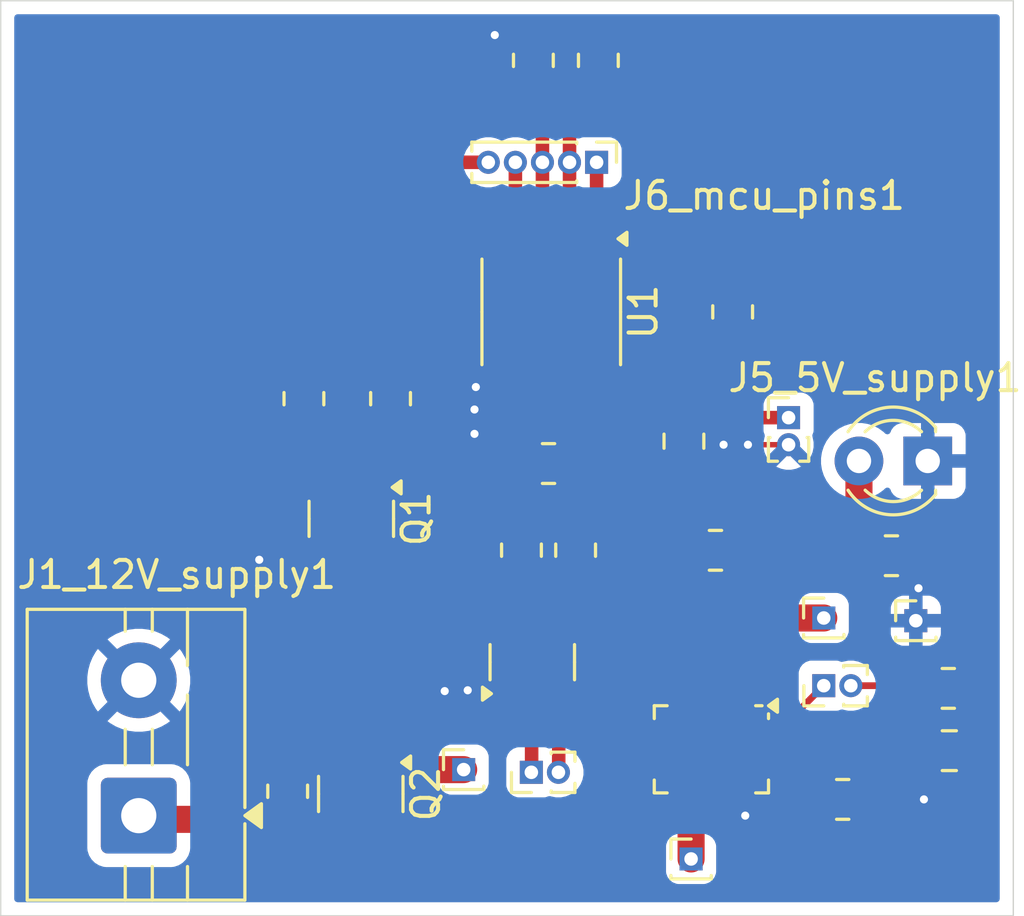
<source format=kicad_pcb>
(kicad_pcb (version 20241229) (generator "pcbnew") (generator_version "9.0")
  (title_block (title "PDI v0") (date "2025-12-28") (company "Student Satellite Program") (comment 1 "Designed by Anushree Khisti"))
  (layers (0 "F.Cu" signal) (2 "B.Cu" signal) (13 "F.Paste" user) (15 "B.Paste" user) (5 "F.SilkS" user "F.Silkscreen") (7 "B.SilkS" user "B.Silkscreen") (1 "F.Mask" user) (3 "B.Mask" user) (25 "Edge.Cuts" user))
  (net 0 "")
  (net 1 "GND")
  (net 2 "Net-(J2_PogoPin2-Pin_1)")
  (net 3 "Net-(U1-B)")
  (net 4 "Net-(U1-A)")
  (net 5 "Vsignal_male_1")
  (net 6 "Vsignal_male_2")
  (net 7 "Net-(Q1-G)")
  (net 8 "Net-(U6-DVDT)")
  (net 9 "Vin2")
  (net 10 "Net-(LD2-A)")
  (net 11 "Net-(Q1-D)")
  (net 12 "Vout2")
  (net 13 "Net-(U6-ILIM)")
  (net 15 "Net-(J5_5V_supply1-Pin_1)")
  (net 16 "Net-(J1_12V_supply1-Pin_1)")
  (net 17 "Net-(J4_flt_and_current_monitor1-Pin_2)")
  (net 18 "Net-(J4_flt_and_current_monitor1-Pin_1)")
  (net 19 "Net-(J6_mcu_pins1-Pin_5)")
  (net 20 "Net-(J6_mcu_pins1-Pin_2)")
  (net 21 "Net-(J6_mcu_pins1-Pin_4)")
  (net 22 "Net-(J6_mcu_pins1-Pin_1)")
  (net 23 "Net-(J6_mcu_pins1-Pin_3)")
  (footprint "Resistor_SMD:R_0805_2012Metric_Pad1.20x1.40mm_HandSolder" (layer "F.Cu") (at 137.5 96.2 90)
    (property "Reference" "R10" (hide yes))
    (property "Value" "R_Small_US" (hide yes))
    (fp_line (start -0.227064 -0.735) (end 0.227064 -0.735) (stroke (width 0.12)) (layer "F.SilkS"))
    (fp_line (start -0.227064 0.735) (end 0.227064 0.735) (stroke (width 0.12)) (layer "F.SilkS"))
    (pad "1" smd roundrect (at -1 0 90) (size 1.2 1.4) (layers "F.Cu" "F.Mask" "F.Paste") (roundrect_rratio 0.208333) (net 7 "Net-(Q1-G)"))
    (pad "2" smd roundrect (at 1 0 90) (size 1.2 1.4) (layers "F.Cu" "F.Mask" "F.Paste") (roundrect_rratio 0.208333) (net 1 "GND"))
  )
  (footprint "Connector_PinHeader_1.00mm:PinHeader_1x02_P1.00mm_Vertical" (layer "F.Cu") (at 145.9 110 90)
    (property "Reference" "J2_PogoPin1" (hide yes))
    (property "Value" "Conn_01x04_Socket" (hide yes))
    (fp_line (start -0.745 -0.735) (end 0 -0.735) (stroke (width 0.12)) (layer "F.SilkS"))
    (fp_line (start -0.745 0) (end -0.745 -0.735) (stroke (width 0.12)) (layer "F.SilkS"))
    (fp_line (start 0.745 0.735) (end 0.745 1.61) (stroke (width 0.12)) (layer "F.SilkS"))
    (fp_line (start 0.685565 0.735) (end 0.745 0.735) (stroke (width 0.12)) (layer "F.SilkS"))
    (fp_line (start -0.745 0.735) (end -0.685565 0.735) (stroke (width 0.12)) (layer "F.SilkS"))
    (fp_line (start -0.745 0.735) (end -0.745 1.61) (stroke (width 0.12)) (layer "F.SilkS"))
    (fp_line (start 0.41003 1.61) (end 0.745 1.61) (stroke (width 0.12)) (layer "F.SilkS"))
    (fp_line (start -0.745 1.61) (end -0.41003 1.61) (stroke (width 0.12)) (layer "F.SilkS"))
    (pad "1" thru_hole rect (at 0 0 90) (size 0.85 0.85) (drill 0.5) (layers "*.Cu" "*.Mask") (net 5 "Vsignal_male_1"))
    (pad "2" thru_hole circle (at 0 1 90) (size 0.85 0.85) (drill 0.5) (layers "*.Cu" "*.Mask") (net 6 "Vsignal_male_2"))
  )
  (footprint "Connector_PinHeader_1.00mm:PinHeader_1x01_P1.00mm_Vertical" (layer "F.Cu") (at 160.1 104.4)
    (property "Reference" "J3_extload_gnd1" (hide yes))
    (property "Value" "Conn_01x04_Socket" (hide yes))
    (fp_line (start -0.745 -0.735) (end 0 -0.735) (stroke (width 0.12)) (layer "F.SilkS"))
    (fp_line (start -0.745 0) (end -0.745 -0.735) (stroke (width 0.12)) (layer "F.SilkS"))
    (fp_line (start -0.745 0.735) (end -0.745 0.61) (stroke (width 0.12)) (layer "F.SilkS"))
    (fp_line (start -0.745 0.735) (end -0.685565 0.735) (stroke (width 0.12)) (layer "F.SilkS"))
    (fp_line (start -0.745 0.735) (end 0.745 0.735) (stroke (width 0.12)) (layer "F.SilkS"))
    (fp_line (start 0.685565 0.735) (end 0.745 0.735) (stroke (width 0.12)) (layer "F.SilkS"))
    (fp_line (start 0.745 0.735) (end 0.745 0.61) (stroke (width 0.12)) (layer "F.SilkS"))
    (pad "1" thru_hole rect (at 0 0) (size 0.85 0.85) (drill 0.5) (layers "*.Cu" "*.Mask") (net 1 "GND"))
  )
  (footprint "Resistor_SMD:R_0805_2012Metric_Pad1.20x1.40mm_HandSolder" (layer "F.Cu") (at 159.2 102 180)
    (property "Reference" "R1" (hide yes))
    (property "Value" "R_Small_US" (hide yes))
    (fp_line (start -0.227064 0.735) (end 0.227064 0.735) (stroke (width 0.12)) (layer "F.SilkS"))
    (fp_line (start -0.227064 -0.735) (end 0.227064 -0.735) (stroke (width 0.12)) (layer "F.SilkS"))
    (pad "1" smd roundrect (at -1 0 180) (size 1.2 1.4) (layers "F.Cu" "F.Mask" "F.Paste") (roundrect_rratio 0.208333) (net 1 "GND"))
    (pad "2" smd roundrect (at 1 0 180) (size 1.2 1.4) (layers "F.Cu" "F.Mask" "F.Paste") (roundrect_rratio 0.208333) (net 10 "Net-(LD2-A)"))
  )
  (footprint "Connector_PinHeader_1.00mm:PinHeader_1x02_P1.00mm_Vertical" (layer "F.Cu") (at 155.4 96.9)
    (property "Reference" "J5_5V_supply1" (at 3.19 -1.47 0) (layer "F.SilkS"))
    (property "Value" "Conn_01x02_Socket" (hide yes))
    (fp_line (start -0.745 -0.735) (end 0 -0.735) (stroke (width 0.12)) (layer "F.SilkS"))
    (fp_line (start -0.745 0) (end -0.745 -0.735) (stroke (width 0.12)) (layer "F.SilkS"))
    (fp_line (start -0.745 0.735) (end -0.745 1.61) (stroke (width 0.12)) (layer "F.SilkS"))
    (fp_line (start -0.745 0.735) (end -0.685565 0.735) (stroke (width 0.12)) (layer "F.SilkS"))
    (fp_line (start -0.745 1.61) (end -0.41003 1.61) (stroke (width 0.12)) (layer "F.SilkS"))
    (fp_line (start 0.41003 1.61) (end 0.745 1.61) (stroke (width 0.12)) (layer "F.SilkS"))
    (fp_line (start 0.685565 0.735) (end 0.745 0.735) (stroke (width 0.12)) (layer "F.SilkS"))
    (fp_line (start 0.745 0.735) (end 0.745 1.61) (stroke (width 0.12)) (layer "F.SilkS"))
    (pad "1" thru_hole rect (at 0 0) (size 0.85 0.85) (drill 0.5) (layers "*.Cu" "*.Mask") (net 15 "Net-(J5_5V_supply1-Pin_1)"))
    (pad "2" thru_hole circle (at 0 1) (size 0.85 0.85) (drill 0.5) (layers "*.Cu" "*.Mask") (net 1 "GND"))
  )
  (footprint "Connector_PinHeader_1.00mm:PinHeader_1x01_P1.00mm_Vertical" (layer "F.Cu") (at 143.4 109.9)
    (property "Reference" "J2_PogoPin2" (hide yes))
    (property "Value" "Conn_01x04_Socket" (hide yes))
    (fp_line (start -0.745 -0.735) (end 0 -0.735) (stroke (width 0.12)) (layer "F.SilkS"))
    (fp_line (start -0.745 0) (end -0.745 -0.735) (stroke (width 0.12)) (layer "F.SilkS"))
    (fp_line (start -0.745 0.735) (end -0.745 0.61) (stroke (width 0.12)) (layer "F.SilkS"))
    (fp_line (start -0.745 0.735) (end -0.685565 0.735) (stroke (width 0.12)) (layer "F.SilkS"))
    (fp_line (start -0.745 0.735) (end 0.745 0.735) (stroke (width 0.12)) (layer "F.SilkS"))
    (fp_line (start 0.685565 0.735) (end 0.745 0.735) (stroke (width 0.12)) (layer "F.SilkS"))
    (fp_line (start 0.745 0.735) (end 0.745 0.61) (stroke (width 0.12)) (layer "F.SilkS"))
    (pad "1" thru_hole rect (at 0 0) (size 0.85 0.85) (drill 0.5) (layers "*.Cu" "*.Mask") (net 2 "Net-(J2_PogoPin2-Pin_1)"))
  )
  (footprint "Resistor_SMD:R_0805_2012Metric_Pad1.20x1.40mm_HandSolder" (layer "F.Cu") (at 148.375 83.705 -90)
    (property "Reference" "R6" (hide yes))
    (property "Value" "R_Small_US" (hide yes))
    (fp_line (start -0.227064 0.735) (end 0.227064 0.735) (stroke (width 0.12)) (layer "F.SilkS"))
    (fp_line (start -0.227064 -0.735) (end 0.227064 -0.735) (stroke (width 0.12)) (layer "F.SilkS"))
    (pad "1" smd roundrect (at -1 0 270) (size 1.2 1.4) (layers "F.Cu" "F.Mask" "F.Paste") (roundrect_rratio 0.208333) (net 1 "GND"))
    (pad "2" smd roundrect (at 1 0 270) (size 1.2 1.4) (layers "F.Cu" "F.Mask" "F.Paste") (roundrect_rratio 0.208333) (net 20 "Net-(J6_mcu_pins1-Pin_2)"))
  )
  (footprint "Resistor_SMD:R_0805_2012Metric_Pad1.20x1.40mm_HandSolder" (layer "F.Cu") (at 147.535 101.795 -90)
    (property "Reference" "R8" (hide yes))
    (property "Value" "R_Small_US" (hide yes))
    (fp_line (start -0.227064 0.735) (end 0.227064 0.735) (stroke (width 0.12)) (layer "F.SilkS"))
    (fp_line (start -0.227064 -0.735) (end 0.227064 -0.735) (stroke (width 0.12)) (layer "F.SilkS"))
    (pad "1" smd roundrect (at -1 0 270) (size 1.2 1.4) (layers "F.Cu" "F.Mask" "F.Paste") (roundrect_rratio 0.208333) (net 3 "Net-(U1-B)"))
    (pad "2" smd roundrect (at 1 0 270) (size 1.2 1.4) (layers "F.Cu" "F.Mask" "F.Paste") (roundrect_rratio 0.208333) (net 6 "Vsignal_male_2"))
  )
  (footprint "Resistor_SMD:R_0805_2012Metric_Pad1.20x1.40mm_HandSolder" (layer "F.Cu") (at 136.9 110.7 -90)
    (property "Reference" "R17" (hide yes))
    (property "Value" "R_Small_US" (hide yes))
    (fp_line (start -0.227064 0.735) (end 0.227064 0.735) (stroke (width 0.12)) (layer "F.SilkS"))
    (fp_line (start -0.227064 -0.735) (end 0.227064 -0.735) (stroke (width 0.12)) (layer "F.SilkS"))
    (pad "1" smd roundrect (at -1 0 270) (size 1.2 1.4) (layers "F.Cu" "F.Mask" "F.Paste") (roundrect_rratio 0.208333) (net 11 "Net-(Q1-D)"))
    (pad "2" smd roundrect (at 1 0 270) (size 1.2 1.4) (layers "F.Cu" "F.Mask" "F.Paste") (roundrect_rratio 0.208333) (net 16 "Net-(J1_12V_supply1-Pin_1)"))
  )
  (footprint "Resistor_SMD:R_0805_2012Metric_Pad1.20x1.40mm_HandSolder" (layer "F.Cu") (at 145.535 101.795 -90)
    (property "Reference" "R7" (hide yes))
    (property "Value" "R_Small_US" (hide yes))
    (fp_line (start -0.227064 0.735) (end 0.227064 0.735) (stroke (width 0.12)) (layer "F.SilkS"))
    (fp_line (start -0.227064 -0.735) (end 0.227064 -0.735) (stroke (width 0.12)) (layer "F.SilkS"))
    (pad "1" smd roundrect (at -1 0 270) (size 1.2 1.4) (layers "F.Cu" "F.Mask" "F.Paste") (roundrect_rratio 0.208333) (net 4 "Net-(U1-A)"))
    (pad "2" smd roundrect (at 1 0 270) (size 1.2 1.4) (layers "F.Cu" "F.Mask" "F.Paste") (roundrect_rratio 0.208333) (net 5 "Vsignal_male_1"))
  )
  (footprint "Connector_PinHeader_1.00mm:PinHeader_1x05_P1.00mm_Vertical" (layer "F.Cu") (at 148.31 87.47 -90)
    (property "Reference" "J6_mcu_pins1" (at 1.23 -6.19 180) (layer "F.SilkS"))
    (property "Value" "Conn_01x05_Socket" (hide yes))
    (fp_line (start -0.745 4.61) (end -0.41003 4.61) (stroke (width 0.12)) (layer "F.SilkS"))
    (fp_line (start 0.41003 4.61) (end 0.745 4.61) (stroke (width 0.12)) (layer "F.SilkS"))
    (fp_line (start -0.745 0.735) (end -0.745 4.61) (stroke (width 0.12)) (layer "F.SilkS"))
    (fp_line (start -0.745 0.735) (end -0.685565 0.735) (stroke (width 0.12)) (layer "F.SilkS"))
    (fp_line (start 0.685565 0.735) (end 0.745 0.735) (stroke (width 0.12)) (layer "F.SilkS"))
    (fp_line (start 0.745 0.735) (end 0.745 4.61) (stroke (width 0.12)) (layer "F.SilkS"))
    (fp_line (start -0.745 0) (end -0.745 -0.735) (stroke (width 0.12)) (layer "F.SilkS"))
    (fp_line (start -0.745 -0.735) (end 0 -0.735) (stroke (width 0.12)) (layer "F.SilkS"))
    (pad "1" thru_hole rect (at 0 0 270) (size 0.85 0.85) (drill 0.5) (layers "*.Cu" "*.Mask") (net 22 "Net-(J6_mcu_pins1-Pin_1)"))
    (pad "2" thru_hole circle (at 0 1 270) (size 0.85 0.85) (drill 0.5) (layers "*.Cu" "*.Mask") (net 20 "Net-(J6_mcu_pins1-Pin_2)"))
    (pad "3" thru_hole circle (at 0 2 270) (size 0.85 0.85) (drill 0.5) (layers "*.Cu" "*.Mask") (net 23 "Net-(J6_mcu_pins1-Pin_3)"))
    (pad "4" thru_hole circle (at 0 3 270) (size 0.85 0.85) (drill 0.5) (layers "*.Cu" "*.Mask") (net 21 "Net-(J6_mcu_pins1-Pin_4)"))
    (pad "5" thru_hole circle (at 0 4 270) (size 0.85 0.85) (drill 0.5) (layers "*.Cu" "*.Mask") (net 19 "Net-(J6_mcu_pins1-Pin_5)"))
  )
  (footprint "Package_TO_SOT_SMD:SOT-23" (layer "F.Cu") (at 139.6 110.8 -90)
    (property "Reference" "Q2" (at 0 -2.4 90) (layer "F.SilkS"))
    (property "Value" "PMOS" (hide yes))
    (fp_line (start 0 1.56) (end -0.65 1.56) (stroke (width 0.12)) (layer "F.SilkS"))
    (fp_line (start 0 1.56) (end 0.65 1.56) (stroke (width 0.12)) (layer "F.SilkS"))
    (fp_line (start 0 -1.56) (end -0.65 -1.56) (stroke (width 0.12)) (layer "F.SilkS"))
    (fp_line (start 0 -1.56) (end 0.65 -1.56) (stroke (width 0.12)) (layer "F.SilkS"))
    (fp_poly (pts (xy -1.1625 -1.51) (xy -1.4025 -1.84) (xy -0.9225 -1.84)) (stroke (width 0.12)) (fill yes) (layer "F.SilkS"))
    (pad "1" smd roundrect (at -0.9375 -0.95 270) (size 1.475 0.6) (layers "F.Cu" "F.Mask" "F.Paste") (net 2 "Net-(J2_PogoPin2-Pin_1)"))
    (pad "2" smd roundrect (at -0.9375 0.95 270) (size 1.475 0.6) (layers "F.Cu" "F.Mask" "F.Paste") (net 11 "Net-(Q1-D)"))
    (pad "3" smd roundrect (at 0.9375 0 270) (size 1.475 0.6) (layers "F.Cu" "F.Mask" "F.Paste") (net 16 "Net-(J1_12V_supply1-Pin_1)"))
  )
  (footprint "Connector_PinHeader_1.00mm:PinHeader_1x01_P1.00mm_Vertical" (layer "F.Cu") (at 151.8 113.2)
    (property "Reference" "J2_PogoPin3" (hide yes))
    (property "Value" "Conn_01x04_Socket" (hide yes))
    (fp_line (start -0.745 -0.735) (end 0 -0.735) (stroke (width 0.12)) (layer "F.SilkS"))
    (fp_line (start -0.745 0) (end -0.745 -0.735) (stroke (width 0.12)) (layer "F.SilkS"))
    (fp_line (start -0.745 0.735) (end -0.745 0.61) (stroke (width 0.12)) (layer "F.SilkS"))
    (fp_line (start -0.745 0.735) (end -0.685565 0.735) (stroke (width 0.12)) (layer "F.SilkS"))
    (fp_line (start -0.745 0.735) (end 0.745 0.735) (stroke (width 0.12)) (layer "F.SilkS"))
    (fp_line (start 0.685565 0.735) (end 0.745 0.735) (stroke (width 0.12)) (layer "F.SilkS"))
    (fp_line (start 0.745 0.735) (end 0.745 0.61) (stroke (width 0.12)) (layer "F.SilkS"))
    (pad "1" thru_hole rect (at 0 0) (size 0.85 0.85) (drill 0.5) (layers "*.Cu" "*.Mask") (net 9 "Vin2"))
  )
  (footprint "Capacitor_SMD:C_0805_2012Metric_Pad1.18x1.45mm_HandSolder" (layer "F.Cu") (at 161.3375 109.2)
    (property "Reference" "C2" (hide yes))
    (property "Value" "C_Small" (hide yes))
    (fp_line (start -0.261252 -0.735) (end 0.261252 -0.735) (stroke (width 0.12)) (layer "F.SilkS"))
    (fp_line (start -0.261252 0.735) (end 0.261252 0.735) (stroke (width 0.12)) (layer "F.SilkS"))
    (pad "1" smd roundrect (at -1.0375 0) (size 1.175 1.45) (layers "F.Cu" "F.Mask" "F.Paste") (roundrect_rratio 0.212766) (net 8 "Net-(U6-DVDT)"))
    (pad "2" smd roundrect (at 1.0375 0) (size 1.175 1.45) (layers "F.Cu" "F.Mask" "F.Paste") (roundrect_rratio 0.212766) (net 1 "GND"))
  )
  (footprint "Resistor_SMD:R_0805_2012Metric_Pad1.20x1.40mm_HandSolder" (layer "F.Cu") (at 161.3 106.9)
    (property "Reference" "RIMON1" (hide yes))
    (property "Value" "R_Small_US" (hide yes))
    (fp_line (start -0.227064 -0.735) (end 0.227064 -0.735) (stroke (width 0.12)) (layer "F.SilkS"))
    (fp_line (start -0.227064 0.735) (end 0.227064 0.735) (stroke (width 0.12)) (layer "F.SilkS"))
    (pad "1" smd roundrect (at -1 0) (size 1.2 1.4) (layers "F.Cu" "F.Mask" "F.Paste") (roundrect_rratio 0.208333) (net 17 "Net-(J4_flt_and_current_monitor1-Pin_2)"))
    (pad "2" smd roundrect (at 1 0) (size 1.2 1.4) (layers "F.Cu" "F.Mask" "F.Paste") (roundrect_rratio 0.208333) (net 1 "GND"))
  )
  (footprint "Resistor_SMD:R_0805_2012Metric_Pad1.20x1.40mm_HandSolder" (layer "F.Cu") (at 153.335 92.995 90)
    (property "Reference" "R4" (hide yes))
    (property "Value" "R_Small_US" (hide yes))
    (fp_line (start -0.227064 -0.735) (end 0.227064 -0.735) (stroke (width 0.12)) (layer "F.SilkS"))
    (fp_line (start -0.227064 0.735) (end 0.227064 0.735) (stroke (width 0.12)) (layer "F.SilkS"))
    (pad "1" smd roundrect (at -1 0 90) (size 1.2 1.4) (layers "F.Cu" "F.Mask" "F.Paste") (roundrect_rratio 0.208333) (net 15 "Net-(J5_5V_supply1-Pin_1)"))
    (pad "2" smd roundrect (at 1 0 90) (size 1.2 1.4) (layers "F.Cu" "F.Mask" "F.Paste") (roundrect_rratio 0.208333) (net 22 "Net-(J6_mcu_pins1-Pin_1)"))
  )
  (footprint "Capacitor_SMD:C_0805_2012Metric_Pad1.18x1.45mm_HandSolder" (layer "F.Cu") (at 151.535 97.77 -90)
    (property "Reference" "C1" (hide yes))
    (property "Value" "C_Small" (hide yes))
    (fp_line (start -0.261252 0.735) (end 0.261252 0.735) (stroke (width 0.12)) (layer "F.SilkS"))
    (fp_line (start -0.261252 -0.735) (end 0.261252 -0.735) (stroke (width 0.12)) (layer "F.SilkS"))
    (pad "1" smd roundrect (at -1.0375 0 270) (size 1.175 1.45) (layers "F.Cu" "F.Mask" "F.Paste") (roundrect_rratio 0.212766) (net 15 "Net-(J5_5V_supply1-Pin_1)"))
    (pad "2" smd roundrect (at 1.0375 0 270) (size 1.175 1.45) (layers "F.Cu" "F.Mask" "F.Paste") (roundrect_rratio 0.212766) (net 1 "GND"))
  )
  (footprint "Package_SO:SOIC-8_3.9x4.9mm_P1.27mm" (layer "F.Cu") (at 146.635 92.995 -90)
    (property "Reference" "U1" (at 0 -3.4 90) (layer "F.SilkS"))
    (property "Value" "THVD1520DR")
    (fp_line (start 0 2.56) (end -1.95 2.56) (stroke (width 0.12)) (layer "F.SilkS"))
    (fp_line (start 0 2.56) (end 1.95 2.56) (stroke (width 0.12)) (layer "F.SilkS"))
    (fp_line (start 0 -2.56) (end -1.95 -2.56) (stroke (width 0.12)) (layer "F.SilkS"))
    (fp_line (start 0 -2.56) (end 1.95 -2.56) (stroke (width 0.12)) (layer "F.SilkS"))
    (fp_poly (pts (xy -2.7 -2.465) (xy -2.94 -2.795) (xy -2.46 -2.795)) (stroke (width 0.12)) (fill yes) (layer "F.SilkS"))
    (pad "1" smd roundrect (at -2.475 -1.905 270) (size 1.95 0.6) (layers "F.Cu" "F.Mask" "F.Paste") (net 22 "Net-(J6_mcu_pins1-Pin_1)"))
    (pad "2" smd roundrect (at -2.475 -0.635 270) (size 1.95 0.6) (layers "F.Cu" "F.Mask" "F.Paste") (net 20 "Net-(J6_mcu_pins1-Pin_2)"))
    (pad "3" smd roundrect (at -2.475 0.635 270) (size 1.95 0.6) (layers "F.Cu" "F.Mask" "F.Paste") (net 23 "Net-(J6_mcu_pins1-Pin_3)"))
    (pad "4" smd roundrect (at -2.475 1.905 270) (size 1.95 0.6) (layers "F.Cu" "F.Mask" "F.Paste") (net 21 "Net-(J6_mcu_pins1-Pin_4)"))
    (pad "5" smd roundrect (at 2.475 1.905 270) (size 1.95 0.6) (layers "F.Cu" "F.Mask" "F.Paste") (net 1 "GND"))
    (pad "6" smd roundrect (at 2.475 0.635 270) (size 1.95 0.6) (layers "F.Cu" "F.Mask" "F.Paste") (net 4 "Net-(U1-A)"))
    (pad "7" smd roundrect (at 2.475 -0.635 270) (size 1.95 0.6) (layers "F.Cu" "F.Mask" "F.Paste") (net 3 "Net-(U1-B)"))
    (pad "8" smd roundrect (at 2.475 -1.905 270) (size 1.95 0.6) (layers "F.Cu" "F.Mask" "F.Paste") (net 15 "Net-(J5_5V_supply1-Pin_1)"))
  )
  (footprint "LED_THT:LED_D3.0mm" (layer "F.Cu") (at 160.54 98.5 180)
    (property "Reference" "LD2" (hide yes))
    (property "Value" "SPL_PL90" (hide yes))
    (fp_line (start -0.29 1.08) (end -0.29 1.236) (stroke (width 0.12)) (layer "F.SilkS"))
    (fp_line (start -0.29 -1.236) (end -0.29 -1.08) (stroke (width 0.12)) (layer "F.SilkS"))
    (fp_arc (start 2.941437 1.08) (mid 1.36566 1.987699) (end -0.29 1.235516) (stroke (width 0.12)) (layer "F.SilkS"))
    (fp_arc (start 2.310961 1.08) (mid 1.27 1.5) (end 0.229039 1.08) (stroke (width 0.12)) (layer "F.SilkS"))
    (fp_arc (start 0.229039 -1.08) (mid 1.27 -1.5) (end 2.310961 -1.08) (stroke (width 0.12)) (layer "F.SilkS"))
    (fp_arc (start -0.29 -1.235516) (mid 1.36566 -1.987699) (end 2.941437 -1.08) (stroke (width 0.12)) (layer "F.SilkS"))
    (pad "1" thru_hole rect (at 0 0 180) (size 1.8 1.8) (drill 0.9) (layers "*.Cu" "*.Mask") (net 1 "GND"))
    (pad "2" thru_hole circle (at 2.54 0 180) (size 1.8 1.8) (drill 0.9) (layers "*.Cu" "*.Mask") (net 10 "Net-(LD2-A)"))
  )
  (footprint "Resistor_SMD:R_0805_2012Metric_Pad1.20x1.40mm_HandSolder" (layer "F.Cu") (at 146.535 98.595)
    (property "Reference" "R2" (hide yes))
    (property "Value" "R_Small_US" (hide yes))
    (fp_line (start -0.227064 -0.735) (end 0.227064 -0.735) (stroke (width 0.12)) (layer "F.SilkS"))
    (fp_line (start -0.227064 0.735) (end 0.227064 0.735) (stroke (width 0.12)) (layer "F.SilkS"))
    (pad "1" smd roundrect (at -1 0) (size 1.2 1.4) (layers "F.Cu" "F.Mask" "F.Paste") (roundrect_rratio 0.208333) (net 4 "Net-(U1-A)"))
    (pad "2" smd roundrect (at 1 0) (size 1.2 1.4) (layers "F.Cu" "F.Mask" "F.Paste") (roundrect_rratio 0.208333) (net 3 "Net-(U1-B)"))
  )
  (footprint "Resistor_SMD:R_0805_2012Metric_Pad1.20x1.40mm_HandSolder" (layer "F.Cu") (at 140.7 96.2 -90)
    (property "Reference" "R3" (hide yes))
    (property "Value" "R_Small_US" (hide yes))
    (fp_line (start -0.227064 0.735) (end 0.227064 0.735) (stroke (width 0.12)) (layer "F.SilkS"))
    (fp_line (start -0.227064 -0.735) (end 0.227064 -0.735) (stroke (width 0.12)) (layer "F.SilkS"))
    (pad "1" smd roundrect (at -1 0 270) (size 1.2 1.4) (layers "F.Cu" "F.Mask" "F.Paste") (roundrect_rratio 0.208333) (net 19 "Net-(J6_mcu_pins1-Pin_5)"))
    (pad "2" smd roundrect (at 1 0 270) (size 1.2 1.4) (layers "F.Cu" "F.Mask" "F.Paste") (roundrect_rratio 0.208333) (net 7 "Net-(Q1-G)"))
  )
  (footprint "Package_TO_SOT_SMD:SOT-23" (layer "F.Cu") (at 139.25 100.6375 -90)
    (property "Reference" "Q1" (at 0 -2.4 90) (layer "F.SilkS"))
    (property "Value" "AO3400A" (hide yes))
    (fp_line (start 0 1.56) (end -0.65 1.56) (stroke (width 0.12)) (layer "F.SilkS"))
    (fp_line (start 0 1.56) (end 0.65 1.56) (stroke (width 0.12)) (layer "F.SilkS"))
    (fp_line (start 0 -1.56) (end -0.65 -1.56) (stroke (width 0.12)) (layer "F.SilkS"))
    (fp_line (start 0 -1.56) (end 0.65 -1.56) (stroke (width 0.12)) (layer "F.SilkS"))
    (fp_poly (pts (xy -1.1625 -1.51) (xy -1.4025 -1.84) (xy -0.9225 -1.84)) (stroke (width 0.12)) (fill yes) (layer "F.SilkS"))
    (pad "1" smd roundrect (at -0.9375 -0.95 270) (size 1.475 0.6) (layers "F.Cu" "F.Mask" "F.Paste") (net 7 "Net-(Q1-G)"))
    (pad "2" smd roundrect (at -0.9375 0.95 270) (size 1.475 0.6) (layers "F.Cu" "F.Mask" "F.Paste") (net 1 "GND"))
    (pad "3" smd roundrect (at 0.9375 0 270) (size 1.475 0.6) (layers "F.Cu" "F.Mask" "F.Paste") (net 11 "Net-(Q1-D)"))
  )
  (footprint "Connector_PinHeader_1.00mm:PinHeader_1x01_P1.00mm_Vertical" (layer "F.Cu") (at 156.7 104.3)
    (property "Reference" "J3_extload1" (hide yes))
    (property "Value" "Conn_01x04_Socket" (hide yes))
    (fp_line (start -0.745 -0.735) (end 0 -0.735) (stroke (width 0.12)) (layer "F.SilkS"))
    (fp_line (start -0.745 0) (end -0.745 -0.735) (stroke (width 0.12)) (layer "F.SilkS"))
    (fp_line (start -0.745 0.735) (end -0.745 0.61) (stroke (width 0.12)) (layer "F.SilkS"))
    (fp_line (start -0.745 0.735) (end -0.685565 0.735) (stroke (width 0.12)) (layer "F.SilkS"))
    (fp_line (start -0.745 0.735) (end 0.745 0.735) (stroke (width 0.12)) (layer "F.SilkS"))
    (fp_line (start 0.685565 0.735) (end 0.745 0.735) (stroke (width 0.12)) (layer "F.SilkS"))
    (fp_line (start 0.745 0.735) (end 0.745 0.61) (stroke (width 0.12)) (layer "F.SilkS"))
    (pad "1" thru_hole rect (at 0 0) (size 0.85 0.85) (drill 0.5) (layers "*.Cu" "*.Mask") (net 12 "Vout2"))
  )
  (footprint "Package_TO_SOT_SMD:SOT-23" (layer "F.Cu") (at 145.935 105.9325 90)
    (property "Reference" "U3" (hide yes))
    (property "Value" "CDSOT23-SM712" (hide yes))
    (fp_line (start 0 -1.56) (end 0.65 -1.56) (stroke (width 0.12)) (layer "F.SilkS"))
    (fp_line (start 0 -1.56) (end -0.65 -1.56) (stroke (width 0.12)) (layer "F.SilkS"))
    (fp_line (start 0 1.56) (end 0.65 1.56) (stroke (width 0.12)) (layer "F.SilkS"))
    (fp_line (start 0 1.56) (end -0.65 1.56) (stroke (width 0.12)) (layer "F.SilkS"))
    (fp_poly (pts (xy -1.1625 -1.51) (xy -1.4025 -1.84) (xy -0.9225 -1.84)) (stroke (width 0.12)) (fill yes) (layer "F.SilkS"))
    (pad "1" smd roundrect (at -0.9375 -0.95 90) (size 1.475 0.6) (layers "F.Cu" "F.Mask" "F.Paste") (net 1 "GND"))
    (pad "2" smd roundrect (at -0.9375 0.95 90) (size 1.475 0.6) (layers "F.Cu" "F.Mask" "F.Paste") (net 6 "Vsignal_male_2"))
    (pad "3" smd roundrect (at 0.9375 0 90) (size 1.475 0.6) (layers "F.Cu" "F.Mask" "F.Paste") (net 5 "Vsignal_male_1"))
  )
  (footprint "Resistor_SMD:R_0805_2012Metric_Pad1.20x1.40mm_HandSolder" (layer "F.Cu") (at 145.975 83.705 90)
    (property "Reference" "R5" (hide yes))
    (property "Value" "R_Small_US" (hide yes))
    (fp_line (start -0.227064 -0.735) (end 0.227064 -0.735) (stroke (width 0.12)) (layer "F.SilkS"))
    (fp_line (start -0.227064 0.735) (end 0.227064 0.735) (stroke (width 0.12)) (layer "F.SilkS"))
    (pad "1" smd roundrect (at -1 0 90) (size 1.2 1.4) (layers "F.Cu" "F.Mask" "F.Paste") (roundrect_rratio 0.208333) (net 23 "Net-(J6_mcu_pins1-Pin_3)"))
    (pad "2" smd roundrect (at 1 0 90) (size 1.2 1.4) (layers "F.Cu" "F.Mask" "F.Paste") (roundrect_rratio 0.208333) (net 1 "GND"))
  )
  (footprint "Resistor_SMD:R_0805_2012Metric_Pad1.20x1.40mm_HandSolder" (layer "F.Cu") (at 152.7 101.8 180)
    (property "Reference" "R9" (hide yes))
    (property "Value" "R_Small_US" (hide yes))
    (fp_line (start -0.227064 0.735) (end 0.227064 0.735) (stroke (width 0.12)) (layer "F.SilkS"))
    (fp_line (start -0.227064 -0.735) (end 0.227064 -0.735) (stroke (width 0.12)) (layer "F.SilkS"))
    (pad "1" smd roundrect (at -1 0 180) (size 1.2 1.4) (layers "F.Cu" "F.Mask" "F.Paste") (roundrect_rratio 0.208333) (net 10 "Net-(LD2-A)"))
    (pad "2" smd roundrect (at 1 0 180) (size 1.2 1.4) (layers "F.Cu" "F.Mask" "F.Paste") (roundrect_rratio 0.208333) (net 12 "Vout2"))
  )
  (footprint "Package_DFN_QFN:QFN-20-1EP_3x4mm_P0.5mm_EP1.65x2.65mm" (layer "F.Cu") (at 152.55 109.15 -90)
    (property "Reference" "U6" (hide yes))
    (property "Value" "TPS25942ARVCR" (hide yes))
    (fp_line (start -1.61 2.11) (end -1.61 1.635) (stroke (width 0.12)) (layer "F.SilkS"))
    (fp_line (start -1.135 2.11) (end -1.61 2.11) (stroke (width 0.12)) (layer "F.SilkS"))
    (fp_line (start 1.135 2.11) (end 1.61 2.11) (stroke (width 0.12)) (layer "F.SilkS"))
    (fp_line (start 1.61 2.11) (end 1.61 1.635) (stroke (width 0.12)) (layer "F.SilkS"))
    (fp_line (start -1.61 -1.635) (end -1.61 -1.87) (stroke (width 0.12)) (layer "F.SilkS"))
    (fp_line (start -1.135 -2.11) (end -1.31 -2.11) (stroke (width 0.12)) (layer "F.SilkS"))
    (fp_line (start 1.135 -2.11) (end 1.61 -2.11) (stroke (width 0.12)) (layer "F.SilkS"))
    (fp_line (start 1.61 -2.11) (end 1.61 -1.635) (stroke (width 0.12)) (layer "F.SilkS"))
    (fp_poly (pts (xy -1.61 -2.11) (xy -1.85 -2.44) (xy -1.37 -2.44)) (stroke (width 0.12)) (fill yes) (layer "F.SilkS"))
    (pad "1" smd roundrect (at -1.45 -1.25 270) (size 0.85 0.25) (layers "F.Cu" "F.Mask" "F.Paste") (net 1 "GND"))
    (pad "2" smd roundrect (at -1.45 -0.75 270) (size 0.85 0.25) (layers "F.Cu" "F.Mask" "F.Paste"))
    (pad "3" smd roundrect (at -1.45 -0.25 270) (size 0.85 0.25) (layers "F.Cu" "F.Mask" "F.Paste") (net 1 "GND"))
    (pad "4" smd roundrect (at -1.45 0.25 270) (size 0.85 0.25) (layers "F.Cu" "F.Mask" "F.Paste") (net 12 "Vout2"))
    (pad "5" smd roundrect (at -1.45 0.75 270) (size 0.85 0.25) (layers "F.Cu" "F.Mask" "F.Paste") (net 12 "Vout2"))
    (pad "6" smd roundrect (at -1.45 1.25 270) (size 0.85 0.25) (layers "F.Cu" "F.Mask" "F.Paste") (net 12 "Vout2"))
    (pad "7" smd roundrect (at -0.75 1.95 270) (size 0.25 0.85) (layers "F.Cu" "F.Mask" "F.Paste") (net 12 "Vout2"))
    (pad "8" smd roundrect (at -0.25 1.95 270) (size 0.25 0.85) (layers "F.Cu" "F.Mask" "F.Paste") (net 12 "Vout2"))
    (pad "9" smd roundrect (at 0.25 1.95 270) (size 0.25 0.85) (layers "F.Cu" "F.Mask" "F.Paste") (net 9 "Vin2"))
    (pad "10" smd roundrect (at 0.75 1.95 270) (size 0.25 0.85) (layers "F.Cu" "F.Mask" "F.Paste") (net 9 "Vin2"))
    (pad "11" smd roundrect (at 1.45 1.25 270) (size 0.85 0.25) (layers "F.Cu" "F.Mask" "F.Paste") (net 9 "Vin2"))
    (pad "12" smd roundrect (at 1.45 0.75 270) (size 0.85 0.25) (layers "F.Cu" "F.Mask" "F.Paste") (net 9 "Vin2"))
    (pad "13" smd roundrect (at 1.45 0.25 270) (size 0.85 0.25) (layers "F.Cu" "F.Mask" "F.Paste") (net 9 "Vin2"))
    (pad "14" smd roundrect (at 1.45 -0.25 270) (size 0.85 0.25) (layers "F.Cu" "F.Mask" "F.Paste") (net 9 "Vin2"))
    (pad "15" smd roundrect (at 1.45 -0.75 270) (size 0.85 0.25) (layers "F.Cu" "F.Mask" "F.Paste") (net 1 "GND"))
    (pad "16" smd roundrect (at 1.45 -1.25 270) (size 0.85 0.25) (layers "F.Cu" "F.Mask" "F.Paste") (net 1 "GND"))
    (pad "17" smd roundrect (at 0.75 -1.95 270) (size 0.25 0.85) (layers "F.Cu" "F.Mask" "F.Paste") (net 13 "Net-(U6-ILIM)"))
    (pad "18" smd roundrect (at 0.25 -1.95 270) (size 0.25 0.85) (layers "F.Cu" "F.Mask" "F.Paste") (net 8 "Net-(U6-DVDT)"))
    (pad "19" smd roundrect (at -0.25 -1.95 270) (size 0.25 0.85) (layers "F.Cu" "F.Mask" "F.Paste") (net 17 "Net-(J4_flt_and_current_monitor1-Pin_2)"))
    (pad "20" smd roundrect (at -0.75 -1.95 270) (size 0.25 0.85) (layers "F.Cu" "F.Mask" "F.Paste") (net 18 "Net-(J4_flt_and_current_monitor1-Pin_1)"))
    (pad "21" smd rect (at 0 0 270) (size 1.65 2.65) (property pad_prop_heatsink) (layers "F.Cu" "F.Mask") (net 1 "GND"))
  )
  (footprint "Resistor_SMD:R_0805_2012Metric_Pad1.20x1.40mm_HandSolder" (layer "F.Cu") (at 157.4 111)
    (property "Reference" "RILIM2" (hide yes))
    (property "Value" "R_Small_US" (hide yes))
    (fp_line (start -0.227064 -0.735) (end 0.227064 -0.735) (stroke (width 0.12)) (layer "F.SilkS"))
    (fp_line (start -0.227064 0.735) (end 0.227064 0.735) (stroke (width 0.12)) (layer "F.SilkS"))
    (pad "1" smd roundrect (at -1 0) (size 1.2 1.4) (layers "F.Cu" "F.Mask" "F.Paste") (roundrect_rratio 0.208333) (net 13 "Net-(U6-ILIM)"))
    (pad "2" smd roundrect (at 1 0) (size 1.2 1.4) (layers "F.Cu" "F.Mask" "F.Paste") (roundrect_rratio 0.208333) (net 1 "GND"))
  )
  (footprint "TerminalBlock:TerminalBlock_MaiXu_MX126-5.0-02P_1x02_P5.00mm" (layer "F.Cu") (at 131.4 111.6 90)
    (property "Reference" "J1_12V_supply1" (at 8.9 1.4 180) (layer "F.SilkS"))
    (property "Value" "Screw_Terminal_01x02" (hide yes))
    (fp_line (start 7.62 -4.12) (end 7.62 3.92) (stroke (width 0.12)) (layer "F.SilkS"))
    (fp_line (start -3.12 -4.12) (end 7.62 -4.12) (stroke (width 0.12)) (layer "F.SilkS"))
    (fp_line (start -3.12 -4.12) (end -3.12 3.92) (stroke (width 0.12)) (layer "F.SilkS"))
    (fp_line (start 6.812 -0.5) (end 7.62 -0.5) (stroke (width 0.12)) (layer "F.SilkS"))
    (fp_line (start 1.88 -0.5) (end 3.188 -0.5) (stroke (width 0.12)) (layer "F.SilkS"))
    (fp_line (start -3.12 -0.5) (end -1.88 -0.5) (stroke (width 0.12)) (layer "F.SilkS"))
    (fp_line (start 6.812 0.5) (end 7.62 0.5) (stroke (width 0.12)) (layer "F.SilkS"))
    (fp_line (start 1.88 0.5) (end 3.188 0.5) (stroke (width 0.12)) (layer "F.SilkS"))
    (fp_line (start -3.12 0.5) (end -1.88 0.5) (stroke (width 0.12)) (layer "F.SilkS"))
    (fp_line (start 5.543 1.8) (end 7.62 1.8) (stroke (width 0.12)) (layer "F.SilkS"))
    (fp_line (start 1.88 1.8) (end 4.457 1.8) (stroke (width 0.12)) (layer "F.SilkS"))
    (fp_line (start -3.12 1.8) (end -1.88 1.8) (stroke (width 0.12)) (layer "F.SilkS"))
    (fp_line (start 0.3 3.92) (end 7.62 3.92) (stroke (width 0.12)) (layer "F.SilkS"))
    (fp_line (start -3.12 3.92) (end -0.3 3.92) (stroke (width 0.12)) (layer "F.SilkS"))
    (fp_poly (pts (xy 0 3.92) (xy 0.44 4.53) (xy -0.44 4.53)) (stroke (width 0.12)) (fill yes) (layer "F.SilkS"))
    (pad "1" thru_hole roundrect (at 0 0 90) (size 2.8 2.8) (drill 1.3) (layers "*.Cu" "*.Mask") (roundrect_rratio 0.089286) (net 16 "Net-(J1_12V_supply1-Pin_1)"))
    (pad "2" thru_hole circle (at 5 0 90) (size 2.8 2.8) (drill 1.3) (layers "*.Cu" "*.Mask") (net 1 "GND"))
  )
  (footprint "Connector_PinHeader_1.00mm:PinHeader_1x02_P1.00mm_Vertical" (layer "F.Cu") (at 156.7 106.8 90)
    (property "Reference" "J4_flt_and_current_monitor1" (hide yes))
    (property "Value" "Conn_01x04_Socket" (hide yes))
    (fp_line (start -0.745 -0.735) (end 0 -0.735) (stroke (width 0.12)) (layer "F.SilkS"))
    (fp_line (start -0.745 0) (end -0.745 -0.735) (stroke (width 0.12)) (layer "F.SilkS"))
    (fp_line (start 0.745 0.735) (end 0.745 1.61) (stroke (width 0.12)) (layer "F.SilkS"))
    (fp_line (start 0.685565 0.735) (end 0.745 0.735) (stroke (width 0.12)) (layer "F.SilkS"))
    (fp_line (start -0.745 0.735) (end -0.685565 0.735) (stroke (width 0.12)) (layer "F.SilkS"))
    (fp_line (start -0.745 0.735) (end -0.745 1.61) (stroke (width 0.12)) (layer "F.SilkS"))
    (fp_line (start 0.41003 1.61) (end 0.745 1.61) (stroke (width 0.12)) (layer "F.SilkS"))
    (fp_line (start -0.745 1.61) (end -0.41003 1.61) (stroke (width 0.12)) (layer "F.SilkS"))
    (pad "1" thru_hole rect (at 0 0 90) (size 0.85 0.85) (drill 0.5) (layers "*.Cu" "*.Mask") (net 18 "Net-(J4_flt_and_current_monitor1-Pin_1)"))
    (pad "2" thru_hole circle (at 0 1 90) (size 0.85 0.85) (drill 0.5) (layers "*.Cu" "*.Mask") (net 17 "Net-(J4_flt_and_current_monitor1-Pin_2)"))
  )
  (gr_rect (start 126.3 81.5) (end 163.7 115.3) (stroke (width 0.05)) (fill no) (layer "Edge.Cuts"))
  (segment (start 137.6 95.2) (end 136.7 95.2) (width 0.2) (layer "F.Cu") (net 1))
  (segment (start 143.8 95.82) (end 143.85 95.77) (width 0.2) (layer "F.Cu") (net 1))
  (segment (start 162.375 109.2) (end 160.575 111) (width 0.25) (layer "F.Cu") (net 1))
  (segment (start 152.8 108.9) (end 152.55 109.15) (width 0.2) (layer "F.Cu") (net 1))
  (segment (start 135.85 102.15) (end 131.4 106.6) (width 0.2) (layer "F.Cu") (net 1))
  (segment (start 148.375 82.705) (end 145.975 82.705) (width 0.5) (layer "F.Cu") (net 1))
  (segment (start 137.3 99.7) (end 138.3 99.7) (width 0.2) (layer "F.Cu") (net 1))
  (segment (start 160.2 104.3) (end 160.1 104.4) (width 0.2) (layer "F.Cu") (net 1))
  (segment (start 143.55 106.97) (end 142.73 106.97) (width 0.2) (layer "F.Cu") (net 1))
  (segment (start 153.8 108.124999) (end 152.774999 109.15) (width 0.2) (layer "F.Cu") (net 1))
  (segment (start 162.3 106.9) (end 162.3 109.125) (width 0.2) (layer "F.Cu") (net 1))
  (segment (start 151.76 99.0325) (end 151.535 98.8075) (width 0.2) (layer "F.Cu") (net 1))
  (segment (start 143.85 95.77) (end 144.43 95.77) (width 0.5) (layer "F.Cu") (net 1))
  (segment (start 142.73 106.97) (end 142.7 107) (width 0.2) (layer "F.Cu") (net 1))
  (segment (start 145.91 82.77) (end 145.975 82.705) (width 0.25) (layer "F.Cu") (net 1))
  (segment (start 136.7 95.2) (end 136.1 95.8) (width 0.2) (layer "F.Cu") (net 1))
  (segment (start 162.3 109.125) (end 162.375 109.2) (width 0.2) (layer "F.Cu") (net 1))
  (segment (start 152.8 107.7) (end 152.8 108.9) (width 0.2) (layer "F.Cu") (net 1))
  (segment (start 153.9 97.9) (end 153 97.9) (width 0.2) (layer "F.Cu") (net 1))
  (segment (start 136.1 95.8) (end 136.1 98.5) (width 0.2) (layer "F.Cu") (net 1))
  (segment (start 153.8 107.7) (end 153.8 108.124999) (width 0.2) (layer "F.Cu") (net 1))
  (segment (start 138.3 99.7) (end 135.85 102.15) (width 0.2) (layer "F.Cu") (net 1))
  (segment (start 160.54 101.66) (end 160.2 102) (width 0.2) (layer "F.Cu") (net 1))
  (segment (start 144.43 95.77) (end 144.73 95.47) (width 0.5) (layer "F.Cu") (net 1))
  (segment (start 143.55 106.97) (end 144.885 106.97) (width 0.5) (layer "F.Cu") (net 1))
  (segment (start 153.8 110.6) (end 153.8 110.4) (width 0.2) (layer "F.Cu") (net 1))
  (segment (start 136.1 98.5) (end 137.3 99.7) (width 0.2) (layer "F.Cu") (net 1))
  (segment (start 144.55 82.77) (end 145.91 82.77) (width 0.25) (layer "F.Cu") (net 1))
  (segment (start 143.8 96.6) (end 143.8 97.5) (width 0.2) (layer "F.Cu") (net 1))
  (segment (start 152.774999 109.15) (end 152.55 109.15) (width 0.2) (layer "F.Cu") (net 1))
  (segment (start 160.2 102) (end 160.2 103.2) (width 0.2) (layer "F.Cu") (net 1))
  (segment (start 160 102) (end 160.2 102) (width 0.2) (layer "F.Cu") (net 1))
  (segment (start 153.8 110.6) (end 153.8 111.6) (width 0.2) (layer "F.Cu") (net 1))
  (segment (start 160.54 98.5) (end 160.54 101.66) (width 0.2) (layer "F.Cu") (net 1))
  (segment (start 144.885 106.97) (end 144.985 106.87) (width 0.5) (layer "F.Cu") (net 1))
  (segment (start 153.8 110.4) (end 152.55 109.15) (width 0.2) (layer "F.Cu") (net 1))
  (segment (start 160.4 111) (end 158.4 111) (width 0.25) (layer "F.Cu") (net 1))
  (segment (start 153.3 110.6) (end 153.8 110.6) (width 0.2) (layer "F.Cu") (net 1))
  (segment (start 160.575 111) (end 160.4 111) (width 0.2) (layer "F.Cu") (net 1))
  (segment (start 143.8 96.6) (end 143.8 95.82) (width 0.2) (layer "F.Cu") (net 1))
  (segment (start 160.2 103.2) (end 160.2 104.3) (width 0.2) (layer "F.Cu") (net 1))
  (segment (start 153 97.9) (end 152.4425 97.9) (width 0.2) (layer "F.Cu") (net 1))
  (segment (start 155.4 97.9) (end 153.9 97.9) (width 0.2) (layer "F.Cu") (net 1))
  (segment (start 152.4425 97.9) (end 151.535 98.8075) (width 0.2) (layer "F.Cu") (net 1))
  (via (at 143.8 96.6) (size 0.6) (drill 0.3) (layers "F.Cu" "B.Cu") (net 1))
  (via (at 153.8 111.6) (size 0.6) (drill 0.3) (layers "F.Cu" "B.Cu") (net 1))
  (via (at 143.55 106.97) (size 0.6) (drill 0.3) (layers "F.Cu" "B.Cu") (net 1))
  (via (at 153.9 97.9) (size 0.6) (drill 0.3) (layers "F.Cu" "B.Cu") (net 1))
  (via (at 144.55 82.77) (size 0.6) (drill 0.3) (layers "F.Cu" "B.Cu") (net 1))
  (via (at 160.2 103.2) (size 0.6) (drill 0.3) (layers "F.Cu" "B.Cu") (net 1))
  (via (at 142.7 107) (size 0.6) (drill 0.3) (layers "F.Cu" "B.Cu") (net 1))
  (via (at 135.85 102.15) (size 0.6) (drill 0.3) (layers "F.Cu" "B.Cu") (net 1))
  (via (at 143.8 97.5) (size 0.6) (drill 0.3) (layers "F.Cu" "B.Cu") (net 1))
  (via (at 153 97.9) (size 0.6) (drill 0.3) (layers "F.Cu" "B.Cu") (net 1))
  (via (at 143.85 95.77) (size 0.6) (drill 0.3) (layers "F.Cu" "B.Cu") (net 1))
  (via (at 160.4 111) (size 0.6) (drill 0.3) (layers "F.Cu" "B.Cu") (net 1))
  (segment (start 140.5875 109.9) (end 140.55 109.8625) (width 0.2) (layer "F.Cu") (net 2))
  (segment (start 143.4 109.9) (end 140.5875 109.9) (width 1) (layer "F.Cu") (net 2))
  (segment (start 147.27 95.47) (end 147.27 98.33) (width 0.5) (layer "F.Cu") (net 3))
  (segment (start 147.27 98.33) (end 147.535 98.595) (width 0.5) (layer "F.Cu") (net 3))
  (segment (start 147.535 98.595) (end 147.535 100.795) (width 0.5) (layer "F.Cu") (net 3))
  (segment (start 145.535 98.595) (end 145.535 100.795) (width 0.5) (layer "F.Cu") (net 4))
  (segment (start 146 98.13) (end 145.535 98.595) (width 0.5) (layer "F.Cu") (net 4))
  (segment (start 146 95.47) (end 146 96.23) (width 0.5) (layer "F.Cu") (net 4))
  (segment (start 146 95.47) (end 146 98.13) (width 0.5) (layer "F.Cu") (net 4))
  (segment (start 145.91 109.87) (end 145.91 105.02) (width 0.5) (layer "F.Cu") (net 5))
  (segment (start 145.91 105.02) (end 145.935 104.995) (width 0.5) (layer "F.Cu") (net 5))
  (segment (start 145.535 102.795) (end 145.535 102.995) (width 0.5) (layer "F.Cu") (net 5))
  (segment (start 145.935 103.395) (end 145.935 104.995) (width 0.5) (layer "F.Cu") (net 5))
  (segment (start 145.535 102.995) (end 145.935 103.395) (width 0.5) (layer "F.Cu") (net 5))
  (segment (start 146.885 103.445) (end 147.535 102.795) (width 0.5) (layer "F.Cu") (net 6))
  (segment (start 146.91 106.895) (end 146.885 106.87) (width 0.5) (layer "F.Cu") (net 6))
  (segment (start 146.91 109.87) (end 146.91 106.895) (width 0.5) (layer "F.Cu") (net 6))
  (segment (start 146.885 106.87) (end 146.885 103.445) (width 0.5) (layer "F.Cu") (net 6))
  (segment (start 140.7 97.2) (end 137.6 97.2) (width 0.5) (layer "F.Cu") (net 7))
  (segment (start 140.2 97.8) (end 140.2 99.7) (width 0.5) (layer "F.Cu") (net 7))
  (segment (start 140.7 97.2) (end 140.7 97.3) (width 0.5) (layer "F.Cu") (net 7))
  (segment (start 140.7 97.3) (end 140.2 97.8) (width 0.5) (layer "F.Cu") (net 7))
  (segment (start 159.9 109.6) (end 160.3 109.2) (width 0.2) (layer "F.Cu") (net 8))
  (segment (start 154.5 109.4) (end 160 109.4) (width 0.25) (layer "F.Cu") (net 8))
  (segment (start 151.8 111.6) (end 151.8 110.6) (width 0.2) (layer "F.Cu") (net 9))
  (segment (start 150.6 109.4) (end 150.6 109.9) (width 0.2) (layer "F.Cu") (net 9))
  (segment (start 151.3 110.6) (end 152.8 110.6) (width 0.2) (layer "F.Cu") (net 9))
  (segment (start 150.6 109.9) (end 151.3 110.6) (width 0.2) (layer "F.Cu") (net 9))
  (segment (start 151.8 113.1) (end 151.9 113.2) (width 0.2) (layer "F.Cu") (net 9))
  (segment (start 151.8 111.6) (end 151.3 111.1) (width 0.2) (layer "F.Cu") (net 9))
  (segment (start 151.3 111.1) (end 151.3 110.6) (width 0.2) (layer "F.Cu") (net 9))
  (segment (start 151.8 113.2) (end 151.8 111.6) (width 1) (layer "F.Cu") (net 9))
  (segment (start 150.57 109.87) (end 150.6 109.9) (width 0.2) (layer "F.Cu") (net 9))
  (segment (start 152.3 110.6) (end 152.3 111.1) (width 0.2) (layer "F.Cu") (net 9))
  (segment (start 152.3 111.1) (end 151.8 111.6) (width 0.2) (layer "F.Cu") (net 9))
  (segment (start 158 98.5) (end 158 101.8) (width 1) (layer "F.Cu") (net 10))
  (segment (start 153.7 101.8) (end 158 101.8) (width 1) (layer "F.Cu") (net 10))
  (segment (start 158 101.8) (end 158.2 102) (width 0.2) (layer "F.Cu") (net 10))
  (segment (start 139.25 101.575) (end 139.25 109.2625) (width 0.5) (layer "F.Cu") (net 11))
  (segment (start 139.25 109.2625) (end 138.65 109.8625) (width 0.5) (layer "F.Cu") (net 11))
  (segment (start 138.4875 109.7) (end 138.65 109.8625) (width 0.5) (layer "F.Cu") (net 11))
  (segment (start 136.9 109.7) (end 138.4875 109.7) (width 0.5) (layer "F.Cu") (net 11))
  (segment (start 150.6 108.448) (end 151.348 107.7) (width 0.2) (layer "F.Cu") (net 12))
  (segment (start 151.58 104.3) (end 151.58 107.42) (width 1) (layer "F.Cu") (net 12))
  (segment (start 150.6 108.9) (end 150.6 108.448) (width 0.2) (layer "F.Cu") (net 12))
  (segment (start 151.58 101.7) (end 151.58 104.3) (width 1) (layer "F.Cu") (net 12))
  (segment (start 151.348 107.7) (end 152.3 107.7) (width 0.2) (layer "F.Cu") (net 12))
  (segment (start 156.7 104.3) (end 151.58 104.3) (width 1) (layer "F.Cu") (net 12))
  (segment (start 151.58 107.42) (end 151.3 107.7) (width 0.2) (layer "F.Cu") (net 12))
  (segment (start 154.5 109.9) (end 155.3 109.9) (width 0.25) (layer "F.Cu") (net 13))
  (segment (start 155.3 109.9) (end 156.4 111) (width 0.25) (layer "F.Cu") (net 13))
  (segment (start 148.54 95.47) (end 149.97 96.9) (width 0.5) (layer "F.Cu") (net 15))
  (segment (start 148.54 95.47) (end 150.015 93.995) (width 0.5) (layer "F.Cu") (net 15))
  (segment (start 149.97 96.9) (end 155.4 96.9) (width 0.5) (layer "F.Cu") (net 15))
  (segment (start 150.015 93.995) (end 153.335 93.995) (width 0.5) (layer "F.Cu") (net 15))
  (segment (start 131.5375 111.7375) (end 131.4 111.6) (width 0.2) (layer "F.Cu") (net 16))
  (segment (start 139.6 111.7375) (end 131.5375 111.7375) (width 1) (layer "F.Cu") (net 16))
  (segment (start 154.5 108.9) (end 158.3 108.9) (width 0.25) (layer "F.Cu") (net 17))
  (segment (start 160.2 106.8) (end 160.3 106.9) (width 0.2) (layer "F.Cu") (net 17))
  (segment (start 158.3 108.9) (end 160.3 106.9) (width 0.25) (layer "F.Cu") (net 17))
  (segment (start 157.7 106.8) (end 160.2 106.8) (width 0.25) (layer "F.Cu") (net 17))
  (segment (start 156.7 106.8) (end 155.1 108.4) (width 0.25) (layer "F.Cu") (net 18))
  (segment (start 155.1 108.4) (end 154.5 108.4) (width 0.25) (layer "F.Cu") (net 18))
  (segment (start 142.83 87.47) (end 140.7 89.6) (width 0.5) (layer "F.Cu") (net 19))
  (segment (start 144.31 87.47) (end 142.83 87.47) (width 0.5) (layer "F.Cu") (net 19))
  (segment (start 140.7 89.6) (end 140.7 95.2) (width 0.5) (layer "F.Cu") (net 19))
  (segment (start 147.31 85.77) (end 147.31 87.47) (width 0.5) (layer "F.Cu") (net 20))
  (segment (start 148.375 84.705) (end 147.31 85.77) (width 0.5) (layer "F.Cu") (net 20))
  (segment (start 147.31 90.48) (end 147.27 90.52) (width 0.5) (layer "F.Cu") (net 20))
  (segment (start 147.31 87.47) (end 147.31 90.48) (width 0.5) (layer "F.Cu") (net 20))
  (segment (start 144.73 89.545001) (end 145.31 88.965001) (width 0.5) (layer "F.Cu") (net 21))
  (segment (start 144.73 90.52) (end 144.73 89.545001) (width 0.5) (layer "F.Cu") (net 21))
  (segment (start 145.31 88.965001) (end 145.31 87.47) (width 0.5) (layer "F.Cu") (net 21))
  (segment (start 145.31 87.47) (end 145.31 87.57) (width 0.5) (layer "F.Cu") (net 21))
  (segment (start 148.31 87.47) (end 148.31 90.29) (width 0.5) (layer "F.Cu") (net 22))
  (segment (start 153.335 91.995) (end 150.015 91.995) (width 0.5) (layer "F.Cu") (net 22))
  (segment (start 150.015 91.995) (end 148.54 90.52) (width 0.5) (layer "F.Cu") (net 22))
  (segment (start 148.31 90.29) (end 148.54 90.52) (width 0.5) (layer "F.Cu") (net 22))
  (segment (start 146.31 85.04) (end 146.31 87.47) (width 0.5) (layer "F.Cu") (net 23))
  (segment (start 145.975 84.705) (end 146.31 85.04) (width 0.25) (layer "F.Cu") (net 23))
  (segment (start 146.31 87.47) (end 146.31 90.21) (width 0.5) (layer "F.Cu") (net 23))
  (segment (start 146.31 90.21) (end 146 90.52) (width 0.5) (layer "F.Cu") (net 23))
  (zone (net 1) (net_name "GND") (layer "B.Cu") (connect_pads (clearance 0.5)) (min_thickness 0.25) (fill yes (thermal_gap 0.5) (thermal_bridge_width 0.5))
    (polygon (pts (xy 126.3 81.5) (xy 163.7 81.5) (xy 163.7 115.3) (xy 126.3 115.3)))
  )
)
</source>
